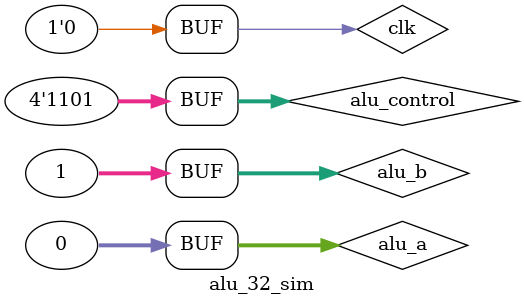
<source format=v>
`timescale 1ns / 1ps

module alu_32_sim();
    reg clk=0;
    reg [31:0] alu_a,alu_b;
    reg [3:0] alu_control;
    
    wire [31:0] q;
    wire [2:0] OPctr;
    wire [31:0] add_res,and_res,or_res,xor_res,nor_res,lui_res,comp_res,shift_res;
    
    alu_32 alu_32(
        .alu_a(alu_a),.alu_b(alu_b),.alu_control(alu_control),.q(q),
        .add_res(add_res),.and_res(and_res),.or_res(or_res),.xor_res(xor_res),
        .nor_res(nor_res),.lui_res(lui_res),.comp_res(comp_res),.shift_res(shift_res),.OPctr(OPctr)
    );
    
    always begin
    #10 alu_a = 32'h00000000;
        alu_b = 32'h00000001;
        alu_control = 1;
    #10 alu_control = 2;
    #10 alu_control = 3;
    #10 alu_control = 4;
    #10 alu_control = 5;
    #10 alu_control = 6;
    #10 alu_control = 7;
    #10 alu_control = 8;
    #10 alu_control = 9;
    #10 alu_control = 10;
    #10 alu_control = 11;
    #10 alu_control = 12;
    #10 alu_control = 13;  
    end

endmodule

</source>
